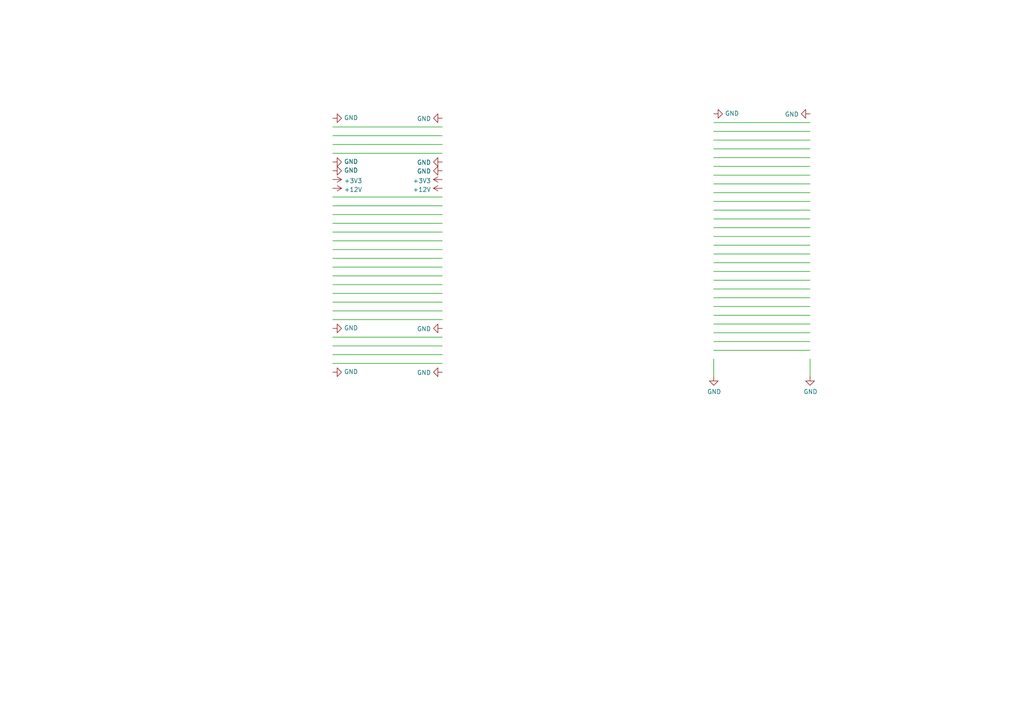
<source format=kicad_sch>
(kicad_sch (version 20211123) (generator eeschema)
  (paper "A4")
  (lib_symbols
    (symbol "power:+12V" (power) (pin_names (offset 0))
      (property "Value" "+12V" (at 0 3.556 0))
      (symbol "+12V_0_1"
        (polyline (pts (xy -0.762 1.27) (xy 0 2.54)))
        (polyline (pts (xy 0 0) (xy 0 2.54)))
        (polyline (pts (xy 0 2.54) (xy 0.762 1.27)))
      )
      (symbol "+12V_1_1"
        (pin power_in line (at 0 0 90) (length 0) hide (name "+12V") (number "1"))
      )
    )
    (symbol "power:+3V3" (power) (pin_names (offset 0))
      (property "Value" "+3V3" (at 0 3.556 0))
      (symbol "+3V3_0_1"
        (polyline (pts (xy -0.762 1.27) (xy 0 2.54)))
        (polyline (pts (xy 0 0) (xy 0 2.54)))
        (polyline (pts (xy 0 2.54) (xy 0.762 1.27)))
      )
      (symbol "+3V3_1_1"
        (pin power_in line (at 0 0 90) (length 0) hide (name "+3V3") (number "1"))
      )
    )
    (symbol "power:GND" (power) (pin_names (offset 0))
      (property "Value" "GND" (at 0 -3.81 0))
      (symbol "GND_0_1"
        (polyline (pts (xy 0 0) (xy 0 -1.27) (xy 1.27 -1.27) (xy 0 -2.54) (xy -1.27 -1.27) (xy 0 -1.27)))
      )
      (symbol "GND_1_1"
        (pin power_in line (at 0 0 270) (length 0) hide (name "GND") (number "1"))
      )
    )
  )
  (wire (pts (xy 96.52 87.63) (xy 128.27 87.63)))
  (wire (pts (xy 207.01 35.56) (xy 234.95 35.56)))
  (wire (pts (xy 96.52 82.55) (xy 128.27 82.55)))
  (wire (pts (xy 96.52 57.15) (xy 128.27 57.15)))
  (wire (pts (xy 96.52 62.23) (xy 128.27 62.23)))
  (wire (pts (xy 96.52 92.71) (xy 128.27 92.71)))
  (wire (pts (xy 207.01 86.36) (xy 234.95 86.36)))
  (wire (pts (xy 96.52 100.33) (xy 128.27 100.33)))
  (wire (pts (xy 207.01 48.26) (xy 234.95 48.26)))
  (wire (pts (xy 207.01 78.74) (xy 234.95 78.74)))
  (wire (pts (xy 207.01 45.72) (xy 234.95 45.72)))
  (wire (pts (xy 207.01 83.82) (xy 234.95 83.82)))
  (wire (pts (xy 96.52 41.91) (xy 128.27 41.91)))
  (wire (pts (xy 207.01 53.34) (xy 234.95 53.34)))
  (wire (pts (xy 207.01 81.28) (xy 234.95 81.28)))
  (wire (pts (xy 96.52 85.09) (xy 128.27 85.09)))
  (wire (pts (xy 207.01 66.04) (xy 234.95 66.04)))
  (wire (pts (xy 207.01 76.2) (xy 234.95 76.2)))
  (wire (pts (xy 96.52 105.41) (xy 128.27 105.41)))
  (wire (pts (xy 96.52 36.83) (xy 128.27 36.83)))
  (wire (pts (xy 96.52 77.47) (xy 128.27 77.47)))
  (wire (pts (xy 207.01 93.98) (xy 234.95 93.98)))
  (wire (pts (xy 207.01 68.58) (xy 234.95 68.58)))
  (wire (pts (xy 207.01 40.64) (xy 234.95 40.64)))
  (wire (pts (xy 207.01 88.9) (xy 234.95 88.9)))
  (wire (pts (xy 96.52 74.93) (xy 128.27 74.93)))
  (wire (pts (xy 96.52 102.87) (xy 128.27 102.87)))
  (wire (pts (xy 207.01 73.66) (xy 234.95 73.66)))
  (wire (pts (xy 96.52 90.17) (xy 128.27 90.17)))
  (wire (pts (xy 207.01 91.44) (xy 234.95 91.44)))
  (wire (pts (xy 207.01 99.06) (xy 234.95 99.06)))
  (wire (pts (xy 207.01 50.8) (xy 234.95 50.8)))
  (wire (pts (xy 207.01 60.96) (xy 234.95 60.96)))
  (wire (pts (xy 207.01 55.88) (xy 234.95 55.88)))
  (wire (pts (xy 96.52 69.85) (xy 128.27 69.85)))
  (wire (pts (xy 234.95 104.14) (xy 234.95 109.22)))
  (wire (pts (xy 96.52 72.39) (xy 128.27 72.39)))
  (wire (pts (xy 207.01 104.14) (xy 207.01 109.22)))
  (wire (pts (xy 96.52 80.01) (xy 128.27 80.01)))
  (wire (pts (xy 207.01 63.5) (xy 234.95 63.5)))
  (wire (pts (xy 207.01 38.1) (xy 234.95 38.1)))
  (wire (pts (xy 207.01 101.6) (xy 234.95 101.6)))
  (wire (pts (xy 207.01 96.52) (xy 234.95 96.52)))
  (wire (pts (xy 207.01 43.18) (xy 234.95 43.18)))
  (wire (pts (xy 207.01 71.12) (xy 234.95 71.12)))
  (wire (pts (xy 96.52 39.37) (xy 128.27 39.37)))
  (wire (pts (xy 207.01 58.42) (xy 234.95 58.42)))
  (wire (pts (xy 96.52 44.45) (xy 128.27 44.45)))
  (wire (pts (xy 96.52 59.69) (xy 128.27 59.69)))
  (wire (pts (xy 96.52 64.77) (xy 128.27 64.77)))
  (wire (pts (xy 96.52 97.79) (xy 128.27 97.79)))
  (wire (pts (xy 96.52 67.31) (xy 128.27 67.31)))
  (symbol (lib_id "disco-con:DISCO-CON2") (at 247.65 68.58 0) (unit 1)
    (property "Reference" "CON21" (at 240.03 29.718 0) (effects (font (size 1.143 1.143)) (justify left bottom)))
  )
  (symbol (lib_id "disco-con:DISCO-CON1") (at 83.82 69.85 0) (mirror y) (unit 1)
    (property "Reference" "CON11" (at 91.44 30.988 0) (effects (font (size 1.143 1.143)) (justify left bottom)))
  )
  (symbol (lib_id "disco-con:DISCO-CON1") (at 140.97 69.85 0) (unit 1)
    (property "Reference" "CON1" (at 133.35 30.988 0) (effects (font (size 1.143 1.143)) (justify left bottom)))
  )
  (symbol (lib_id "power:+3V3") (at 96.52 52.07 270) (unit 1)
    (property "Reference" "#PWR0109" (effects hide))
  )
  (symbol (lib_id "power:+12V") (at 96.52 54.61 270) (unit 1)
    (property "Reference" "#PWR0110" (effects hide))
  )
  (symbol (lib_id "power:GND") (at 96.52 34.29 90) (unit 1)
    (property "Reference" "#PWR0105" (effects hide))
  )
  (symbol (lib_id "power:GND") (at 96.52 46.99 90) (unit 1)
    (property "Reference" "#PWR0106" (effects hide))
  )
  (symbol (lib_id "power:GND") (at 96.52 49.53 90) (unit 1)
    (property "Reference" "#PWR0107" (effects hide))
  )
  (symbol (lib_id "power:+3V3") (at 128.27 52.07 90) (mirror x) (unit 1)
    (property "Reference" "#PWR0113" (effects hide))
  )
  (symbol (lib_id "power:+12V") (at 128.27 54.61 90) (mirror x) (unit 1)
    (property "Reference" "#PWR0114" (effects hide))
  )
  (symbol (lib_id "power:GND") (at 96.52 95.25 90) (unit 1)
    (property "Reference" "#PWR0108" (effects hide))
  )
  (symbol (lib_id "power:GND") (at 96.52 107.95 90) (unit 1)
    (property "Reference" "#PWR0111" (effects hide))
  )
  (symbol (lib_id "power:GND") (at 128.27 107.95 270) (unit 1)
    (property "Reference" "#PWR0112" (effects hide))
  )
  (symbol (lib_id "power:GND") (at 128.27 95.25 270) (unit 1)
    (property "Reference" "#PWR0115" (effects hide))
  )
  (symbol (lib_id "power:GND") (at 128.27 49.53 270) (unit 1)
    (property "Reference" "#PWR0116" (effects hide))
  )
  (symbol (lib_id "power:GND") (at 128.27 46.99 270) (unit 1)
    (property "Reference" "#PWR0117" (effects hide))
  )
  (symbol (lib_id "power:GND") (at 128.27 34.29 270) (unit 1)
    (property "Reference" "#PWR0118" (effects hide))
  )
  (symbol (lib_id "power:GND") (at 207.01 33.02 90) (unit 1)
    (property "Reference" "#PWR0119" (effects hide))
  )
  (symbol (lib_id "power:GND") (at 234.95 33.02 270) (unit 1)
    (property "Reference" "#PWR0120" (effects hide))
  )
  (symbol (lib_id "power:GND") (at 207.01 109.22 0) (unit 1)
    (property "Reference" "#PWR0121" (effects hide))
  )
  (symbol (lib_id "power:GND") (at 234.95 109.22 0) (unit 1)
    (property "Reference" "#PWR0122" (effects hide))
  )
  (symbol (lib_id "disco-con:DISCO-CON2") (at 194.31 68.58 0) (mirror y) (unit 1)
    (property "Reference" "CON2" (at 201.93 29.718 0) (effects (font (size 1.143 1.143)) (justify left bottom)))
  )
)
</source>
